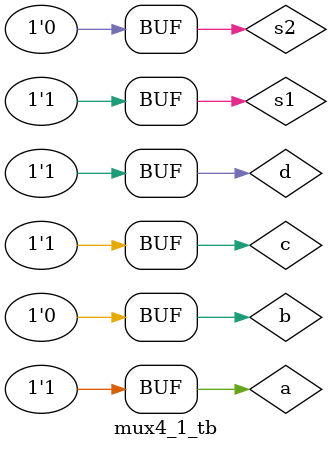
<source format=v>
`timescale 1ns / 1ns
`include "mux4_1.v"

module mux4_1_tb();
    reg a,b,c,d,s1,s2;
    wire f;

    mux4_1 mux4_test(.A(a), .B(b), .C(c), .D(d),.S1(s1), .S2(s2), .F(f));

    initial begin

        a = 1;b=0;c=1;d=1;s1=1;s2=0;
        #2;
        

    end

    initial begin
        $dumpfile("mux2_1.vcd");  // Nombre del archivo de salida VCD
        $dumpvars;  // Volcar todas las variables a VCD
    end
endmodule
</source>
